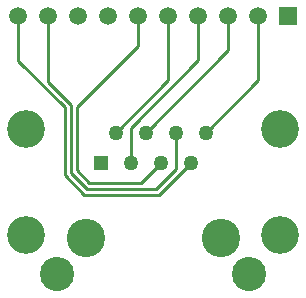
<source format=gtl>
G04*
G04 #@! TF.GenerationSoftware,Altium Limited,Altium Designer,18.0.7 (293)*
G04*
G04 Layer_Physical_Order=1*
G04 Layer_Color=255*
%FSLAX25Y25*%
%MOIN*%
G70*
G01*
G75*
%ADD20C,0.01000*%
%ADD21R,0.05906X0.05906*%
%ADD22C,0.05906*%
%ADD23R,0.04992X0.04992*%
%ADD24C,0.04992*%
%ADD25C,0.11398*%
%ADD26C,0.12795*%
%ADD27C,0.12598*%
D20*
X46240Y87677D02*
Y97638D01*
X25787Y67224D02*
X46240Y87677D01*
X25787Y46110D02*
Y67224D01*
X23752Y45317D02*
Y67954D01*
X16240Y75466D02*
X23752Y67954D01*
X16240Y75466D02*
Y97638D01*
X21752Y44488D02*
Y67126D01*
X6240Y82638D02*
X21752Y67126D01*
X6240Y82638D02*
Y97638D01*
X29905Y41992D02*
X47051D01*
X25787Y46110D02*
X29905Y41992D01*
X29076Y39992D02*
X52223D01*
X23752Y45317D02*
X29076Y39992D01*
X28248Y37992D02*
X53051D01*
X21752Y44488D02*
X28248Y37992D01*
X47051Y41992D02*
X53681Y48622D01*
X52223Y39992D02*
X58681Y46450D01*
X76240Y86181D02*
Y97638D01*
X48681Y58622D02*
X76240Y86181D01*
X56240Y76181D02*
Y97638D01*
X38681Y58622D02*
X56240Y76181D01*
X66240Y82776D02*
Y97638D01*
X43681Y60216D02*
X66240Y82776D01*
X43681Y48622D02*
Y60216D01*
X58681Y46450D02*
Y58622D01*
X53051Y37992D02*
X63681Y48622D01*
X86240Y76181D02*
Y97638D01*
X68681Y58622D02*
X86240Y76181D01*
D21*
X96240Y97638D02*
D03*
D22*
X86240D02*
D03*
X66240D02*
D03*
X56240D02*
D03*
X46240D02*
D03*
X36240D02*
D03*
X26240D02*
D03*
X16240D02*
D03*
X6240D02*
D03*
X76240D02*
D03*
D23*
X33681Y48622D02*
D03*
D24*
X38681Y58622D02*
D03*
X43681Y48622D02*
D03*
X48681Y58622D02*
D03*
X53681Y48622D02*
D03*
X58681Y58622D02*
D03*
X63681Y48622D02*
D03*
X68681Y58622D02*
D03*
D25*
X83169Y11614D02*
D03*
X19193D02*
D03*
D26*
X73681Y23622D02*
D03*
X28681D02*
D03*
D27*
X8858Y24606D02*
D03*
X93504Y60039D02*
D03*
X8858D02*
D03*
X93504Y24606D02*
D03*
M02*

</source>
